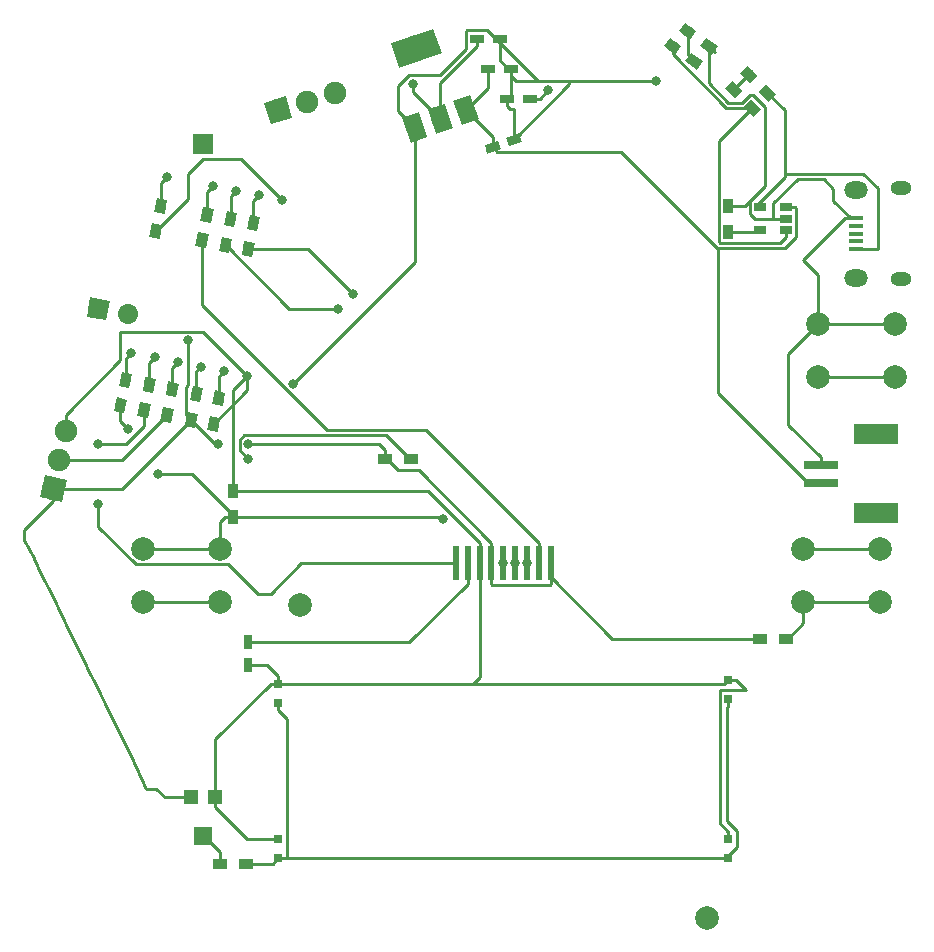
<source format=gbr>
G04 #@! TF.GenerationSoftware,KiCad,Pcbnew,(5.0.0-3-g5ebb6b6)*
G04 #@! TF.CreationDate,2019-01-19T17:02:55+01:00*
G04 #@! TF.ProjectId,Securityfest_2019_badge_beta,5365637572697479666573745F323031,rev?*
G04 #@! TF.SameCoordinates,Original*
G04 #@! TF.FileFunction,Copper,L1,Top,Signal*
G04 #@! TF.FilePolarity,Positive*
%FSLAX46Y46*%
G04 Gerber Fmt 4.6, Leading zero omitted, Abs format (unit mm)*
G04 Created by KiCad (PCBNEW (5.0.0-3-g5ebb6b6)) date 2019 January 19, Saturday 17:02:55*
%MOMM*%
%LPD*%
G01*
G04 APERTURE LIST*
G04 #@! TA.AperFunction,ComponentPad*
%ADD10C,2.000000*%
G04 #@! TD*
G04 #@! TA.AperFunction,ComponentPad*
%ADD11R,1.700000X1.700000*%
G04 #@! TD*
G04 #@! TA.AperFunction,ComponentPad*
%ADD12C,1.700000*%
G04 #@! TD*
G04 #@! TA.AperFunction,Conductor*
%ADD13C,0.100000*%
G04 #@! TD*
G04 #@! TA.AperFunction,Conductor*
%ADD14C,1.700000*%
G04 #@! TD*
G04 #@! TA.AperFunction,SMDPad,CuDef*
%ADD15R,1.600000X1.500000*%
G04 #@! TD*
G04 #@! TA.AperFunction,SMDPad,CuDef*
%ADD16R,1.200000X1.200000*%
G04 #@! TD*
G04 #@! TA.AperFunction,SMDPad,CuDef*
%ADD17R,0.800000X0.800000*%
G04 #@! TD*
G04 #@! TA.AperFunction,SMDPad,CuDef*
%ADD18R,1.200000X0.750000*%
G04 #@! TD*
G04 #@! TA.AperFunction,SMDPad,CuDef*
%ADD19C,0.750000*%
G04 #@! TD*
G04 #@! TA.AperFunction,SMDPad,CuDef*
%ADD20R,0.750000X1.200000*%
G04 #@! TD*
G04 #@! TA.AperFunction,SMDPad,CuDef*
%ADD21C,0.900000*%
G04 #@! TD*
G04 #@! TA.AperFunction,ComponentPad*
%ADD22O,1.800000X1.150000*%
G04 #@! TD*
G04 #@! TA.AperFunction,ComponentPad*
%ADD23O,2.000000X1.450000*%
G04 #@! TD*
G04 #@! TA.AperFunction,SMDPad,CuDef*
%ADD24R,1.300000X0.450000*%
G04 #@! TD*
G04 #@! TA.AperFunction,SMDPad,CuDef*
%ADD25R,3.800000X1.800000*%
G04 #@! TD*
G04 #@! TA.AperFunction,SMDPad,CuDef*
%ADD26R,3.000000X0.800000*%
G04 #@! TD*
G04 #@! TA.AperFunction,SMDPad,CuDef*
%ADD27R,0.900000X1.200000*%
G04 #@! TD*
G04 #@! TA.AperFunction,SMDPad,CuDef*
%ADD28R,1.200000X0.900000*%
G04 #@! TD*
G04 #@! TA.AperFunction,ComponentPad*
%ADD29C,1.900000*%
G04 #@! TD*
G04 #@! TA.AperFunction,SMDPad,CuDef*
%ADD30R,1.060000X0.650000*%
G04 #@! TD*
G04 #@! TA.AperFunction,SMDPad,CuDef*
%ADD31C,1.500000*%
G04 #@! TD*
G04 #@! TA.AperFunction,SMDPad,CuDef*
%ADD32C,2.200000*%
G04 #@! TD*
G04 #@! TA.AperFunction,ViaPad*
%ADD33C,2.000000*%
G04 #@! TD*
G04 #@! TA.AperFunction,SMDPad,CuDef*
%ADD34R,0.600000X3.000000*%
G04 #@! TD*
G04 #@! TA.AperFunction,ViaPad*
%ADD35C,0.800000*%
G04 #@! TD*
G04 #@! TA.AperFunction,Conductor*
%ADD36C,0.250000*%
G04 #@! TD*
G04 APERTURE END LIST*
D10*
G04 #@! TO.P,SW3,1*
G04 #@! TO.N,GND*
X185570000Y-69850000D03*
G04 #@! TO.P,SW3,2*
G04 #@! TO.N,Net-(SW3-Pad2)*
X185570000Y-74350000D03*
G04 #@! TO.P,SW3,1*
G04 #@! TO.N,GND*
X179070000Y-69850000D03*
G04 #@! TO.P,SW3,2*
G04 #@! TO.N,Net-(SW3-Pad2)*
X179070000Y-74350000D03*
G04 #@! TD*
D11*
G04 #@! TO.P,GPIO16,1*
G04 #@! TO.N,Net-(J3-Pad1)*
X127000000Y-54610000D03*
G04 #@! TD*
D12*
G04 #@! TO.P,TX/RX,1*
G04 #@! TO.N,Net-(J4-Pad1)*
X118110000Y-68580000D03*
D13*
G04 #@! TD*
G04 #@! TO.N,Net-(J4-Pad1)*
G04 #@! TO.C,TX/RX*
G36*
X117113429Y-69252195D02*
X117437805Y-67583429D01*
X119106571Y-67907805D01*
X118782195Y-69576571D01*
X117113429Y-69252195D01*
X117113429Y-69252195D01*
G37*
D12*
G04 #@! TO.P,TX/RX,2*
G04 #@! TO.N,Net-(J4-Pad2)*
X120603333Y-69064655D03*
D14*
G04 #@! TD*
G04 #@! TO.N,Net-(J4-Pad2)*
G04 #@! TO.C,TX/RX*
X120603333Y-69064655D02*
X120603333Y-69064655D01*
D15*
G04 #@! TO.P,RV1,2*
G04 #@! TO.N,Net-(R7-Pad2)*
X127000000Y-113210000D03*
D16*
G04 #@! TO.P,RV1,1*
G04 #@! TO.N,GND*
X128000000Y-109960000D03*
G04 #@! TO.P,RV1,3*
G04 #@! TO.N,+3V3*
X126000000Y-109960000D03*
G04 #@! TD*
D17*
G04 #@! TO.P,D6,1*
G04 #@! TO.N,GND*
X171450000Y-113500000D03*
G04 #@! TO.P,D6,2*
G04 #@! TO.N,Net-(D3-Pad2)*
X171450000Y-115100000D03*
G04 #@! TD*
G04 #@! TO.P,D5,2*
G04 #@! TO.N,Net-(D3-Pad2)*
X171450000Y-101600000D03*
G04 #@! TO.P,D5,1*
G04 #@! TO.N,GND*
X171450000Y-100000000D03*
G04 #@! TD*
G04 #@! TO.P,D3,2*
G04 #@! TO.N,Net-(D3-Pad2)*
X133350000Y-101930000D03*
G04 #@! TO.P,D3,1*
G04 #@! TO.N,GND*
X133350000Y-100330000D03*
G04 #@! TD*
G04 #@! TO.P,D4,2*
G04 #@! TO.N,Net-(D3-Pad2)*
X133350000Y-115100000D03*
G04 #@! TO.P,D4,1*
G04 #@! TO.N,GND*
X133350000Y-113500000D03*
G04 #@! TD*
D18*
G04 #@! TO.P,C1,2*
G04 #@! TO.N,Net-(C1-Pad2)*
X154620000Y-50800000D03*
G04 #@! TO.P,C1,1*
G04 #@! TO.N,GND*
X152720000Y-50800000D03*
G04 #@! TD*
G04 #@! TO.P,C2,2*
G04 #@! TO.N,Net-(C2-Pad2)*
X151130000Y-48260000D03*
G04 #@! TO.P,C2,1*
G04 #@! TO.N,GND*
X153030000Y-48260000D03*
G04 #@! TD*
D19*
G04 #@! TO.P,C3,1*
G04 #@! TO.N,GND*
X153298243Y-54300710D03*
D13*
G04 #@! TD*
G04 #@! TO.N,GND*
G04 #@! TO.C,C3*
G36*
X153743466Y-53750800D02*
X153987642Y-54459939D01*
X152853020Y-54850620D01*
X152608844Y-54141481D01*
X153743466Y-53750800D01*
X153743466Y-53750800D01*
G37*
D19*
G04 #@! TO.P,C3,2*
G04 #@! TO.N,Net-(C2-Pad2)*
X151501757Y-54919290D03*
D13*
G04 #@! TD*
G04 #@! TO.N,Net-(C2-Pad2)*
G04 #@! TO.C,C3*
G36*
X151946980Y-54369380D02*
X152191156Y-55078519D01*
X151056534Y-55469200D01*
X150812358Y-54760061D01*
X151946980Y-54369380D01*
X151946980Y-54369380D01*
G37*
D18*
G04 #@! TO.P,C4,2*
G04 #@! TO.N,/3.3V*
X150180000Y-45720000D03*
G04 #@! TO.P,C4,1*
G04 #@! TO.N,GND*
X152080000Y-45720000D03*
G04 #@! TD*
D20*
G04 #@! TO.P,C5,1*
G04 #@! TO.N,GND*
X130810000Y-98740000D03*
G04 #@! TO.P,C5,2*
G04 #@! TO.N,Net-(C5-Pad2)*
X130810000Y-96840000D03*
G04 #@! TD*
D21*
G04 #@! TO.P,D1,2*
G04 #@! TO.N,Net-(C1-Pad2)*
X174767817Y-50307817D03*
D13*
G04 #@! TD*
G04 #@! TO.N,Net-(C1-Pad2)*
G04 #@! TO.C,D1*
G36*
X174025355Y-50201751D02*
X174661751Y-49565355D01*
X175510279Y-50413883D01*
X174873883Y-51050279D01*
X174025355Y-50201751D01*
X174025355Y-50201751D01*
G37*
D21*
G04 #@! TO.P,D1,1*
G04 #@! TO.N,Net-(D1-Pad1)*
X173212183Y-48752183D03*
D13*
G04 #@! TD*
G04 #@! TO.N,Net-(D1-Pad1)*
G04 #@! TO.C,D1*
G36*
X172469721Y-48646117D02*
X173106117Y-48009721D01*
X173954645Y-48858249D01*
X173318249Y-49494645D01*
X172469721Y-48646117D01*
X172469721Y-48646117D01*
G37*
D21*
G04 #@! TO.P,D2,2*
G04 #@! TO.N,Net-(D2-Pad2)*
X168008933Y-45089066D03*
D13*
G04 #@! TD*
G04 #@! TO.N,Net-(D2-Pad2)*
G04 #@! TO.C,D2*
G36*
X168758534Y-45064593D02*
X168242315Y-45801830D01*
X167259332Y-45113539D01*
X167775551Y-44376302D01*
X168758534Y-45064593D01*
X168758534Y-45064593D01*
G37*
D21*
G04 #@! TO.P,D2,1*
G04 #@! TO.N,GND*
X169811067Y-46350934D03*
D13*
G04 #@! TD*
G04 #@! TO.N,GND*
G04 #@! TO.C,D2*
G36*
X170560668Y-46326461D02*
X170044449Y-47063698D01*
X169061466Y-46375407D01*
X169577685Y-45638170D01*
X170560668Y-46326461D01*
X170560668Y-46326461D01*
G37*
D22*
G04 #@! TO.P,J1,6*
G04 #@! TO.N,N/C*
X186100000Y-58355000D03*
X186100000Y-66105000D03*
D23*
X182300000Y-58505000D03*
X182300000Y-65955000D03*
D24*
G04 #@! TO.P,J1,5*
G04 #@! TO.N,GND*
X182250000Y-60930000D03*
G04 #@! TO.P,J1,4*
G04 #@! TO.N,Net-(J1-Pad4)*
X182250000Y-61580000D03*
G04 #@! TO.P,J1,3*
G04 #@! TO.N,Net-(J1-Pad3)*
X182250000Y-62230000D03*
G04 #@! TO.P,J1,2*
G04 #@! TO.N,Net-(J1-Pad2)*
X182250000Y-62880000D03*
G04 #@! TO.P,J1,1*
G04 #@! TO.N,Net-(C1-Pad2)*
X182250000Y-63530000D03*
G04 #@! TD*
D25*
G04 #@! TO.P,J2,*
G04 #@! TO.N,*
X183960000Y-85900000D03*
X183960000Y-79200000D03*
D26*
G04 #@! TO.P,J2,2*
G04 #@! TO.N,GND*
X179260000Y-81800000D03*
G04 #@! TO.P,J2,1*
G04 #@! TO.N,Net-(C2-Pad2)*
X179260000Y-83300000D03*
G04 #@! TD*
D27*
G04 #@! TO.P,R1,1*
G04 #@! TO.N,Net-(R1-Pad1)*
X171450000Y-62060000D03*
G04 #@! TO.P,R1,2*
G04 #@! TO.N,GND*
X171450000Y-59860000D03*
G04 #@! TD*
D21*
G04 #@! TO.P,R2,1*
G04 #@! TO.N,Net-(D1-Pad1)*
X171942183Y-50022183D03*
D13*
G04 #@! TD*
G04 #@! TO.N,Net-(D1-Pad1)*
G04 #@! TO.C,R2*
G36*
X171199721Y-49916117D02*
X171836117Y-49279721D01*
X172684645Y-50128249D01*
X172048249Y-50764645D01*
X171199721Y-49916117D01*
X171199721Y-49916117D01*
G37*
D21*
G04 #@! TO.P,R2,2*
G04 #@! TO.N,Net-(R2-Pad2)*
X173497817Y-51577817D03*
D13*
G04 #@! TD*
G04 #@! TO.N,Net-(R2-Pad2)*
G04 #@! TO.C,R2*
G36*
X172755355Y-51471751D02*
X173391751Y-50835355D01*
X174240279Y-51683883D01*
X173603883Y-52320279D01*
X172755355Y-51471751D01*
X172755355Y-51471751D01*
G37*
D21*
G04 #@! TO.P,R3,2*
G04 #@! TO.N,Net-(R2-Pad2)*
X166738933Y-46359066D03*
D13*
G04 #@! TD*
G04 #@! TO.N,Net-(R2-Pad2)*
G04 #@! TO.C,R3*
G36*
X167488534Y-46334593D02*
X166972315Y-47071830D01*
X165989332Y-46383539D01*
X166505551Y-45646302D01*
X167488534Y-46334593D01*
X167488534Y-46334593D01*
G37*
D21*
G04 #@! TO.P,R3,1*
G04 #@! TO.N,Net-(D2-Pad2)*
X168541067Y-47620934D03*
D13*
G04 #@! TD*
G04 #@! TO.N,Net-(D2-Pad2)*
G04 #@! TO.C,R3*
G36*
X169290668Y-47596461D02*
X168774449Y-48333698D01*
X167791466Y-47645407D01*
X168307685Y-46908170D01*
X169290668Y-47596461D01*
X169290668Y-47596461D01*
G37*
D28*
G04 #@! TO.P,R4,1*
G04 #@! TO.N,+3V3*
X142410000Y-81280000D03*
G04 #@! TO.P,R4,2*
G04 #@! TO.N,Net-(R4-Pad2)*
X144610000Y-81280000D03*
G04 #@! TD*
G04 #@! TO.P,R5,2*
G04 #@! TO.N,Net-(R5-Pad2)*
X176360000Y-96520000D03*
G04 #@! TO.P,R5,1*
G04 #@! TO.N,+3V3*
X174160000Y-96520000D03*
G04 #@! TD*
D27*
G04 #@! TO.P,R6,2*
G04 #@! TO.N,GND*
X129540000Y-83990000D03*
G04 #@! TO.P,R6,1*
G04 #@! TO.N,Net-(R6-Pad1)*
X129540000Y-86190000D03*
G04 #@! TD*
D28*
G04 #@! TO.P,R7,2*
G04 #@! TO.N,Net-(R7-Pad2)*
X128440000Y-115570000D03*
G04 #@! TO.P,R7,1*
G04 #@! TO.N,Net-(D3-Pad2)*
X130640000Y-115570000D03*
G04 #@! TD*
D21*
G04 #@! TO.P,R8,2*
G04 #@! TO.N,+3V3*
X122974459Y-62038676D03*
D13*
G04 #@! TD*
G04 #@! TO.N,+3V3*
G04 #@! TO.C,R8*
G36*
X122650750Y-61362131D02*
X123533303Y-61538483D01*
X123298168Y-62715221D01*
X122415615Y-62538869D01*
X122650750Y-61362131D01*
X122650750Y-61362131D01*
G37*
D21*
G04 #@! TO.P,R8,1*
G04 #@! TO.N,Net-(R8-Pad1)*
X123405541Y-59881324D03*
D13*
G04 #@! TD*
G04 #@! TO.N,Net-(R8-Pad1)*
G04 #@! TO.C,R8*
G36*
X123081832Y-59204779D02*
X123964385Y-59381131D01*
X123729250Y-60557869D01*
X122846697Y-60381517D01*
X123081832Y-59204779D01*
X123081832Y-59204779D01*
G37*
D21*
G04 #@! TO.P,R9,2*
G04 #@! TO.N,Net-(R9-Pad2)*
X126884459Y-62778676D03*
D13*
G04 #@! TD*
G04 #@! TO.N,Net-(R9-Pad2)*
G04 #@! TO.C,R9*
G36*
X126560750Y-62102131D02*
X127443303Y-62278483D01*
X127208168Y-63455221D01*
X126325615Y-63278869D01*
X126560750Y-62102131D01*
X126560750Y-62102131D01*
G37*
D21*
G04 #@! TO.P,R9,1*
G04 #@! TO.N,Net-(R9-Pad1)*
X127315541Y-60621324D03*
D13*
G04 #@! TD*
G04 #@! TO.N,Net-(R9-Pad1)*
G04 #@! TO.C,R9*
G36*
X126991832Y-59944779D02*
X127874385Y-60121131D01*
X127639250Y-61297869D01*
X126756697Y-61121517D01*
X126991832Y-59944779D01*
X126991832Y-59944779D01*
G37*
D21*
G04 #@! TO.P,R10,1*
G04 #@! TO.N,Net-(R10-Pad1)*
X129315541Y-61021324D03*
D13*
G04 #@! TD*
G04 #@! TO.N,Net-(R10-Pad1)*
G04 #@! TO.C,R10*
G36*
X128991832Y-60344779D02*
X129874385Y-60521131D01*
X129639250Y-61697869D01*
X128756697Y-61521517D01*
X128991832Y-60344779D01*
X128991832Y-60344779D01*
G37*
D21*
G04 #@! TO.P,R10,2*
G04 #@! TO.N,Net-(R10-Pad2)*
X128884459Y-63178676D03*
D13*
G04 #@! TD*
G04 #@! TO.N,Net-(R10-Pad2)*
G04 #@! TO.C,R10*
G36*
X128560750Y-62502131D02*
X129443303Y-62678483D01*
X129208168Y-63855221D01*
X128325615Y-63678869D01*
X128560750Y-62502131D01*
X128560750Y-62502131D01*
G37*
D21*
G04 #@! TO.P,R11,2*
G04 #@! TO.N,Net-(R11-Pad2)*
X130810000Y-63500000D03*
D13*
G04 #@! TD*
G04 #@! TO.N,Net-(R11-Pad2)*
G04 #@! TO.C,R11*
G36*
X130486291Y-62823455D02*
X131368844Y-62999807D01*
X131133709Y-64176545D01*
X130251156Y-64000193D01*
X130486291Y-62823455D01*
X130486291Y-62823455D01*
G37*
D21*
G04 #@! TO.P,R11,1*
G04 #@! TO.N,Net-(R11-Pad1)*
X131241082Y-61342648D03*
D13*
G04 #@! TD*
G04 #@! TO.N,Net-(R11-Pad1)*
G04 #@! TO.C,R11*
G36*
X130917373Y-60666103D02*
X131799926Y-60842455D01*
X131564791Y-62019193D01*
X130682238Y-61842841D01*
X130917373Y-60666103D01*
X130917373Y-60666103D01*
G37*
D21*
G04 #@! TO.P,R12,1*
G04 #@! TO.N,Net-(R12-Pad1)*
X119984459Y-76778676D03*
D13*
G04 #@! TD*
G04 #@! TO.N,Net-(R12-Pad1)*
G04 #@! TO.C,R12*
G36*
X120308168Y-77455221D02*
X119425615Y-77278869D01*
X119660750Y-76102131D01*
X120543303Y-76278483D01*
X120308168Y-77455221D01*
X120308168Y-77455221D01*
G37*
D21*
G04 #@! TO.P,R12,2*
G04 #@! TO.N,Net-(R12-Pad2)*
X120415541Y-74621324D03*
D13*
G04 #@! TD*
G04 #@! TO.N,Net-(R12-Pad2)*
G04 #@! TO.C,R12*
G36*
X120739250Y-75297869D02*
X119856697Y-75121517D01*
X120091832Y-73944779D01*
X120974385Y-74121131D01*
X120739250Y-75297869D01*
X120739250Y-75297869D01*
G37*
D21*
G04 #@! TO.P,R13,2*
G04 #@! TO.N,Net-(R13-Pad2)*
X122415541Y-75021324D03*
D13*
G04 #@! TD*
G04 #@! TO.N,Net-(R13-Pad2)*
G04 #@! TO.C,R13*
G36*
X122739250Y-75697869D02*
X121856697Y-75521517D01*
X122091832Y-74344779D01*
X122974385Y-74521131D01*
X122739250Y-75697869D01*
X122739250Y-75697869D01*
G37*
D21*
G04 #@! TO.P,R13,1*
G04 #@! TO.N,Net-(R13-Pad1)*
X121984459Y-77178676D03*
D13*
G04 #@! TD*
G04 #@! TO.N,Net-(R13-Pad1)*
G04 #@! TO.C,R13*
G36*
X122308168Y-77855221D02*
X121425615Y-77678869D01*
X121660750Y-76502131D01*
X122543303Y-76678483D01*
X122308168Y-77855221D01*
X122308168Y-77855221D01*
G37*
D21*
G04 #@! TO.P,R14,1*
G04 #@! TO.N,Net-(R14-Pad1)*
X123934459Y-77578676D03*
D13*
G04 #@! TD*
G04 #@! TO.N,Net-(R14-Pad1)*
G04 #@! TO.C,R14*
G36*
X124258168Y-78255221D02*
X123375615Y-78078869D01*
X123610750Y-76902131D01*
X124493303Y-77078483D01*
X124258168Y-78255221D01*
X124258168Y-78255221D01*
G37*
D21*
G04 #@! TO.P,R14,2*
G04 #@! TO.N,Net-(R14-Pad2)*
X124365541Y-75421324D03*
D13*
G04 #@! TD*
G04 #@! TO.N,Net-(R14-Pad2)*
G04 #@! TO.C,R14*
G36*
X124689250Y-76097869D02*
X123806697Y-75921517D01*
X124041832Y-74744779D01*
X124924385Y-74921131D01*
X124689250Y-76097869D01*
X124689250Y-76097869D01*
G37*
D21*
G04 #@! TO.P,R15,1*
G04 #@! TO.N,+3V3*
X125984459Y-77978676D03*
D13*
G04 #@! TD*
G04 #@! TO.N,+3V3*
G04 #@! TO.C,R15*
G36*
X126308168Y-78655221D02*
X125425615Y-78478869D01*
X125660750Y-77302131D01*
X126543303Y-77478483D01*
X126308168Y-78655221D01*
X126308168Y-78655221D01*
G37*
D21*
G04 #@! TO.P,R15,2*
G04 #@! TO.N,Net-(R15-Pad2)*
X126415541Y-75821324D03*
D13*
G04 #@! TD*
G04 #@! TO.N,Net-(R15-Pad2)*
G04 #@! TO.C,R15*
G36*
X126739250Y-76497869D02*
X125856697Y-76321517D01*
X126091832Y-75144779D01*
X126974385Y-75321131D01*
X126739250Y-76497869D01*
X126739250Y-76497869D01*
G37*
D21*
G04 #@! TO.P,R16,1*
G04 #@! TO.N,GND*
X127884459Y-78338676D03*
D13*
G04 #@! TD*
G04 #@! TO.N,GND*
G04 #@! TO.C,R16*
G36*
X128208168Y-79015221D02*
X127325615Y-78838869D01*
X127560750Y-77662131D01*
X128443303Y-77838483D01*
X128208168Y-79015221D01*
X128208168Y-79015221D01*
G37*
D21*
G04 #@! TO.P,R16,2*
G04 #@! TO.N,Net-(R16-Pad2)*
X128315541Y-76181324D03*
D13*
G04 #@! TD*
G04 #@! TO.N,Net-(R16-Pad2)*
G04 #@! TO.C,R16*
G36*
X128639250Y-76857869D02*
X127756697Y-76681517D01*
X127991832Y-75504779D01*
X128874385Y-75681131D01*
X128639250Y-76857869D01*
X128639250Y-76857869D01*
G37*
D29*
G04 #@! TO.P,S1,1*
G04 #@! TO.N,+3V3*
X133350000Y-51800000D03*
D13*
G04 #@! TD*
G04 #@! TO.N,+3V3*
G04 #@! TO.C,S1*
G36*
X132719264Y-52986243D02*
X132163757Y-51169264D01*
X133980736Y-50613757D01*
X134536243Y-52430736D01*
X132719264Y-52986243D01*
X132719264Y-52986243D01*
G37*
D29*
G04 #@! TO.P,S1,2*
G04 #@! TO.N,/3.3V*
X135740762Y-51069071D03*
G04 #@! TO.P,S1,3*
G04 #@! TO.N,Net-(S1-Pad3)*
X138131524Y-50338141D03*
G04 #@! TD*
G04 #@! TO.P,S2,3*
G04 #@! TO.N,GND*
X115339558Y-78929262D03*
G04 #@! TO.P,S2,2*
G04 #@! TO.N,Net-(R14-Pad1)*
X114819779Y-81374631D03*
G04 #@! TO.P,S2,1*
G04 #@! TO.N,+3V3*
X114300000Y-83820000D03*
D13*
G04 #@! TD*
G04 #@! TO.N,+3V3*
G04 #@! TO.C,S2*
G36*
X115031724Y-84946756D02*
X113173244Y-84551724D01*
X113568276Y-82693244D01*
X115426756Y-83088276D01*
X115031724Y-84946756D01*
X115031724Y-84946756D01*
G37*
D10*
G04 #@! TO.P,SW1,1*
G04 #@! TO.N,Net-(R6-Pad1)*
X128420000Y-88900000D03*
G04 #@! TO.P,SW1,2*
G04 #@! TO.N,Net-(R4-Pad2)*
X128420000Y-93400000D03*
G04 #@! TO.P,SW1,1*
G04 #@! TO.N,Net-(R6-Pad1)*
X121920000Y-88900000D03*
G04 #@! TO.P,SW1,2*
G04 #@! TO.N,Net-(R4-Pad2)*
X121920000Y-93400000D03*
G04 #@! TD*
G04 #@! TO.P,SW2,2*
G04 #@! TO.N,Net-(R5-Pad2)*
X177800000Y-93400000D03*
G04 #@! TO.P,SW2,1*
G04 #@! TO.N,Net-(R6-Pad1)*
X177800000Y-88900000D03*
G04 #@! TO.P,SW2,2*
G04 #@! TO.N,Net-(R5-Pad2)*
X184300000Y-93400000D03*
G04 #@! TO.P,SW2,1*
G04 #@! TO.N,Net-(R6-Pad1)*
X184300000Y-88900000D03*
G04 #@! TD*
D30*
G04 #@! TO.P,U1,5*
G04 #@! TO.N,Net-(R1-Pad1)*
X174160000Y-61910000D03*
G04 #@! TO.P,U1,4*
G04 #@! TO.N,Net-(C1-Pad2)*
X174160000Y-60010000D03*
G04 #@! TO.P,U1,3*
G04 #@! TO.N,Net-(C2-Pad2)*
X176360000Y-60010000D03*
G04 #@! TO.P,U1,2*
G04 #@! TO.N,GND*
X176360000Y-60960000D03*
G04 #@! TO.P,U1,1*
G04 #@! TO.N,Net-(R2-Pad2)*
X176360000Y-61910000D03*
G04 #@! TD*
D31*
G04 #@! TO.P,U2,3*
G04 #@! TO.N,Net-(C2-Pad2)*
X149250232Y-51759577D03*
D13*
G04 #@! TD*
G04 #@! TO.N,Net-(C2-Pad2)*
G04 #@! TO.C,U2*
G36*
X148899218Y-53043824D02*
X148182968Y-50963683D01*
X149601246Y-50475330D01*
X150317496Y-52555471D01*
X148899218Y-53043824D01*
X148899218Y-53043824D01*
G37*
D31*
G04 #@! TO.P,U2,2*
G04 #@! TO.N,/3.3V*
X147075540Y-52508384D03*
D13*
G04 #@! TD*
G04 #@! TO.N,/3.3V*
G04 #@! TO.C,U2*
G36*
X146724526Y-53792631D02*
X146008276Y-51712490D01*
X147426554Y-51224137D01*
X148142804Y-53304278D01*
X146724526Y-53792631D01*
X146724526Y-53792631D01*
G37*
D31*
G04 #@! TO.P,U2,1*
G04 #@! TO.N,GND*
X144900847Y-53257190D03*
D13*
G04 #@! TD*
G04 #@! TO.N,GND*
G04 #@! TO.C,U2*
G36*
X144549833Y-54541437D02*
X143833583Y-52461296D01*
X145251861Y-51972943D01*
X145968111Y-54053084D01*
X144549833Y-54541437D01*
X144549833Y-54541437D01*
G37*
D32*
G04 #@! TO.P,U2,4*
G04 #@! TO.N,N/C*
X145024460Y-46551616D03*
D13*
G04 #@! TD*
G04 #@! TO.N,N/C*
G04 #@! TO.C,U2*
G36*
X143586100Y-48210266D02*
X142869850Y-46130125D01*
X146462820Y-44892966D01*
X147179070Y-46973107D01*
X143586100Y-48210266D01*
X143586100Y-48210266D01*
G37*
D33*
G04 #@! TO.N,*
G04 #@! TO.C,U3*
X169650000Y-120130000D03*
D34*
G04 #@! TD*
G04 #@! TO.P,U3,9*
G04 #@! TO.N,+3V3*
X156400000Y-90130000D03*
G04 #@! TO.P,U3,8*
G04 #@! TO.N,Net-(R9-Pad2)*
X155400000Y-90130000D03*
G04 #@! TO.P,U3,7*
G04 #@! TO.N,Net-(R11-Pad2)*
X154400000Y-90130000D03*
G04 #@! TO.P,U3,6*
G04 #@! TO.N,Net-(R10-Pad2)*
X153400000Y-90130000D03*
G04 #@! TO.P,U3,1*
G04 #@! TO.N,Net-(R13-Pad1)*
X148400000Y-90130000D03*
G04 #@! TO.P,U3,2*
G04 #@! TO.N,Net-(C5-Pad2)*
X149400000Y-90130000D03*
G04 #@! TO.P,U3,5*
G04 #@! TO.N,Net-(R12-Pad1)*
X152400000Y-90130000D03*
G04 #@! TO.P,U3,4*
G04 #@! TO.N,+3V3*
X151400000Y-90130000D03*
G04 #@! TO.P,U3,3*
G04 #@! TO.N,GND*
X150400000Y-90130000D03*
D33*
G04 #@! TD*
G04 #@! TO.N,*
G04 #@! TO.C,U3*
X135150000Y-93630000D03*
D35*
G04 #@! TO.N,Net-(C1-Pad2)*
X156210000Y-50065000D03*
X174767817Y-50307817D03*
G04 #@! TO.N,GND*
X134620000Y-74930000D03*
X130727263Y-74280106D03*
X165290000Y-49340000D03*
X169811067Y-46350934D03*
G04 #@! TO.N,/3.3V*
X144780000Y-49530000D03*
G04 #@! TO.N,+3V3*
X128270000Y-80010000D03*
X130810000Y-80010000D03*
X133705645Y-59374763D03*
X125730000Y-71259469D03*
X122974459Y-62038676D03*
G04 #@! TO.N,Net-(R4-Pad2)*
X130810000Y-81280000D03*
X128420000Y-93400000D03*
G04 #@! TO.N,Net-(R6-Pad1)*
X123190000Y-82550000D03*
X147320000Y-86360000D03*
X177800000Y-88900000D03*
G04 #@! TO.N,Net-(R8-Pad1)*
X123899498Y-57415302D03*
G04 #@! TO.N,Net-(R9-Pad1)*
X127821957Y-58199086D03*
G04 #@! TO.N,Net-(R10-Pad1)*
X129783186Y-58590979D03*
G04 #@! TO.N,Net-(R10-Pad2)*
X138430000Y-68580000D03*
X153400000Y-90130000D03*
G04 #@! TO.N,Net-(R11-Pad2)*
X139700000Y-67310000D03*
X154400000Y-90130000D03*
G04 #@! TO.N,Net-(R11-Pad1)*
X131744415Y-58982871D03*
G04 #@! TO.N,Net-(R12-Pad1)*
X120650000Y-78740000D03*
X152400000Y-90130000D03*
G04 #@! TO.N,Net-(R12-Pad2)*
X120921117Y-72320644D03*
G04 #@! TO.N,Net-(R13-Pad2)*
X122882346Y-72712537D03*
G04 #@! TO.N,Net-(R13-Pad1)*
X118110000Y-85090000D03*
X118110000Y-80010000D03*
G04 #@! TO.N,Net-(R14-Pad2)*
X124843575Y-73104429D03*
G04 #@! TO.N,Net-(R15-Pad2)*
X126804805Y-73496321D03*
G04 #@! TO.N,Net-(R16-Pad2)*
X128766034Y-73888214D03*
G04 #@! TO.N,Net-(SW3-Pad2)*
X179070000Y-74350000D03*
G04 #@! TD*
D36*
G04 #@! TO.N,Net-(C1-Pad2)*
X174160000Y-59860000D02*
X174160000Y-60010000D01*
X173990000Y-59690000D02*
X174160000Y-59860000D01*
X176225010Y-57454990D02*
X173990000Y-59690000D01*
X182880000Y-57150000D02*
X176225010Y-57150000D01*
X176225010Y-57150000D02*
X176225010Y-57454990D01*
X184120000Y-58390000D02*
X182880000Y-57150000D01*
X184120000Y-63530000D02*
X184120000Y-58390000D01*
X182250000Y-63530000D02*
X184120000Y-63530000D01*
X176225010Y-51765010D02*
X174767817Y-50307817D01*
X176225010Y-57150000D02*
X176225010Y-51765010D01*
X155475000Y-50800000D02*
X156210000Y-50065000D01*
X154620000Y-50800000D02*
X155475000Y-50800000D01*
G04 #@! TO.N,GND*
X176390000Y-60930000D02*
X176360000Y-60960000D01*
X175260000Y-60960000D02*
X175580000Y-60960000D01*
X173304999Y-60595001D02*
X173669998Y-60960000D01*
X173669998Y-60960000D02*
X175260000Y-60960000D01*
X173304999Y-59424999D02*
X173304999Y-60595001D01*
X181825000Y-60930000D02*
X180340000Y-59445000D01*
X177329988Y-57600010D02*
X175260000Y-59669998D01*
X175260000Y-59669998D02*
X175260000Y-60960000D01*
X179520010Y-57600010D02*
X177329988Y-57600010D01*
X180340000Y-59445000D02*
X180340000Y-58420000D01*
X180340000Y-58420000D02*
X179520010Y-57600010D01*
X182250000Y-60930000D02*
X181825000Y-60930000D01*
X172869998Y-59860000D02*
X173304999Y-59424999D01*
X171450000Y-59860000D02*
X172869998Y-59860000D01*
X152805000Y-48260000D02*
X153030000Y-48260000D01*
X152080000Y-47535000D02*
X152805000Y-48260000D01*
X152080000Y-45720000D02*
X152080000Y-47535000D01*
X153030000Y-50490000D02*
X152720000Y-50800000D01*
X153030000Y-48260000D02*
X153030000Y-50490000D01*
X153298243Y-54300710D02*
X153298243Y-51698243D01*
X152720000Y-51425000D02*
X152720000Y-50800000D01*
X152993243Y-51698243D02*
X152720000Y-51425000D01*
X153298243Y-51698243D02*
X152993243Y-51698243D01*
X169811067Y-46350934D02*
X170312586Y-46852453D01*
X174565289Y-58164709D02*
X173304999Y-59424999D01*
X172639663Y-51127807D02*
X173257125Y-50510345D01*
X169811067Y-49488233D02*
X171450641Y-51127807D01*
X173257125Y-50510345D02*
X173526377Y-50510345D01*
X171450641Y-51127807D02*
X172639663Y-51127807D01*
X169811067Y-46350934D02*
X169811067Y-49488233D01*
X174565289Y-51549257D02*
X174565289Y-58164709D01*
X173526377Y-50510345D02*
X174565289Y-51549257D01*
X158000000Y-49598953D02*
X158000000Y-49340000D01*
X153298243Y-54300710D02*
X158000000Y-49598953D01*
X144900847Y-64649153D02*
X134620000Y-74930000D01*
X144900847Y-53257190D02*
X144900847Y-64649153D01*
X130727263Y-75495872D02*
X130727263Y-74280106D01*
X127884459Y-78338676D02*
X130727263Y-75495872D01*
X132700000Y-100330000D02*
X133350000Y-100330000D01*
X128000000Y-105030000D02*
X132700000Y-100330000D01*
X128000000Y-109960000D02*
X128000000Y-105030000D01*
X128000000Y-110810000D02*
X128000000Y-109960000D01*
X130690000Y-113500000D02*
X128000000Y-110810000D01*
X133350000Y-113500000D02*
X130690000Y-113500000D01*
X171450000Y-112850000D02*
X171450000Y-113500000D01*
X170724999Y-112124999D02*
X171450000Y-112850000D01*
X170724999Y-100939999D02*
X170724999Y-112124999D01*
X170789999Y-100874999D02*
X170724999Y-100939999D01*
X172974999Y-100874999D02*
X170789999Y-100874999D01*
X172100000Y-100000000D02*
X172974999Y-100874999D01*
X171450000Y-100000000D02*
X172100000Y-100000000D01*
X171120000Y-100330000D02*
X171450000Y-100000000D01*
X150400000Y-90130000D02*
X150400000Y-99790000D01*
X150400000Y-99790000D02*
X149860000Y-100330000D01*
X149860000Y-100330000D02*
X171120000Y-100330000D01*
X133350000Y-100330000D02*
X149860000Y-100330000D01*
X119965531Y-72959787D02*
X119965531Y-70534469D01*
X115339558Y-77585760D02*
X119965531Y-72959787D01*
X115339558Y-78929262D02*
X115339558Y-77585760D01*
X126981626Y-70534469D02*
X130727263Y-74280106D01*
X119965531Y-70534469D02*
X126981626Y-70534469D01*
X150400000Y-88380000D02*
X150400000Y-90130000D01*
X146010000Y-83990000D02*
X150400000Y-88380000D01*
X129540000Y-83990000D02*
X146010000Y-83990000D01*
X129540000Y-75467369D02*
X130727263Y-74280106D01*
X129540000Y-83990000D02*
X129540000Y-75467369D01*
X175580000Y-60960000D02*
X176360000Y-60960000D01*
X181350000Y-60930000D02*
X182250000Y-60930000D01*
X177800000Y-64480000D02*
X181350000Y-60930000D01*
X133350000Y-99680000D02*
X133350000Y-100330000D01*
X132410000Y-98740000D02*
X133350000Y-99680000D01*
X130810000Y-98740000D02*
X132410000Y-98740000D01*
X153030000Y-48885000D02*
X153030000Y-48260000D01*
X153485000Y-49340000D02*
X153030000Y-48885000D01*
X158000000Y-49340000D02*
X153485000Y-49340000D01*
X144431999Y-48804999D02*
X143510000Y-49726998D01*
X147083591Y-48804999D02*
X144431999Y-48804999D01*
X149254999Y-46633591D02*
X147083591Y-48804999D01*
X149254999Y-45084999D02*
X149254999Y-46633591D01*
X149319999Y-45019999D02*
X149254999Y-45084999D01*
X151040001Y-45019999D02*
X149319999Y-45019999D01*
X155360002Y-49340000D02*
X151040001Y-45019999D01*
X158000000Y-49340000D02*
X155360002Y-49340000D01*
X143510000Y-51866343D02*
X144900847Y-53257190D01*
X143510000Y-49726998D02*
X143510000Y-51866343D01*
X179070000Y-65750000D02*
X177800000Y-64480000D01*
X179070000Y-69850000D02*
X179070000Y-65750000D01*
X179070000Y-69850000D02*
X185570000Y-69850000D01*
X179260000Y-81150000D02*
X176530000Y-78420000D01*
X179260000Y-81800000D02*
X179260000Y-81150000D01*
X176530000Y-72390000D02*
X179070000Y-69850000D01*
X176530000Y-78420000D02*
X176530000Y-72390000D01*
X158000000Y-49340000D02*
X165290000Y-49340000D01*
G04 #@! TO.N,Net-(C2-Pad2)*
X176274992Y-63435010D02*
X170553598Y-63435010D01*
X177215001Y-62495001D02*
X176274992Y-63435010D01*
X177215001Y-60085001D02*
X177215001Y-62495001D01*
X177140000Y-60010000D02*
X177215001Y-60085001D01*
X176360000Y-60010000D02*
X177140000Y-60010000D01*
X151501757Y-54011102D02*
X151501757Y-54919290D01*
X149250232Y-51759577D02*
X151501757Y-54011102D01*
X151130000Y-49879809D02*
X149250232Y-51759577D01*
X151130000Y-48260000D02*
X151130000Y-49879809D01*
X178160000Y-83300000D02*
X170553598Y-75693598D01*
X179260000Y-83300000D02*
X178160000Y-83300000D01*
X151501757Y-54919290D02*
X151867490Y-55285023D01*
X151867490Y-55285023D02*
X162338621Y-55285023D01*
X170553598Y-63500000D02*
X170553598Y-63435010D01*
X162338621Y-55285023D02*
X170553598Y-63500000D01*
X170553598Y-75693598D02*
X170553598Y-63500000D01*
G04 #@! TO.N,/3.3V*
X147075540Y-51245001D02*
X147075540Y-52508384D01*
X147075540Y-49449460D02*
X147075540Y-51245001D01*
X150180000Y-46345000D02*
X147075540Y-49449460D01*
X150180000Y-45720000D02*
X150180000Y-46345000D01*
X144780000Y-50212844D02*
X147075540Y-52508384D01*
X144780000Y-49530000D02*
X144780000Y-50212844D01*
G04 #@! TO.N,Net-(C5-Pad2)*
X149400000Y-91880000D02*
X149400000Y-90130000D01*
X144440000Y-96840000D02*
X149400000Y-91880000D01*
X130810000Y-96840000D02*
X144440000Y-96840000D01*
G04 #@! TO.N,Net-(D1-Pad1)*
X173212183Y-48752183D02*
X171942183Y-50022183D01*
G04 #@! TO.N,Net-(D2-Pad2)*
X168008933Y-47088800D02*
X168541067Y-47620934D01*
X168008933Y-45089066D02*
X168008933Y-47088800D01*
G04 #@! TO.N,Net-(D3-Pad2)*
X132880000Y-115570000D02*
X133350000Y-115100000D01*
X130640000Y-115570000D02*
X132880000Y-115570000D01*
X133350000Y-102580000D02*
X133350000Y-101930000D01*
X134075001Y-103305001D02*
X133350000Y-102580000D01*
X134075001Y-115024999D02*
X134075001Y-103305001D01*
X134000000Y-115100000D02*
X134075001Y-115024999D01*
X133350000Y-115100000D02*
X134000000Y-115100000D01*
X133350000Y-115100000D02*
X171450000Y-115100000D01*
X171450000Y-102250000D02*
X171450000Y-101600000D01*
X171324990Y-111928837D02*
X171324990Y-102375010D01*
X171324990Y-102375010D02*
X171450000Y-102250000D01*
X172175001Y-112778848D02*
X171324990Y-111928837D01*
X172175001Y-114160001D02*
X172175001Y-112778848D01*
X171235002Y-115100000D02*
X172175001Y-114160001D01*
X171450000Y-115100000D02*
X171235002Y-115100000D01*
G04 #@! TO.N,Net-(R1-Pad1)*
X174010000Y-62060000D02*
X174160000Y-61910000D01*
X171450000Y-62060000D02*
X174010000Y-62060000D01*
G04 #@! TO.N,Net-(R2-Pad2)*
X166738933Y-47052509D02*
X166738933Y-47008414D01*
X171264241Y-51577817D02*
X166738933Y-47052509D01*
X166738933Y-47008414D02*
X166738933Y-46359066D01*
X173497817Y-51577817D02*
X171264241Y-51577817D01*
X173108909Y-51966725D02*
X173497817Y-51577817D01*
X170674999Y-62920001D02*
X170674999Y-54400635D01*
X175859999Y-62985001D02*
X170739999Y-62985001D01*
X170739999Y-62985001D02*
X170674999Y-62920001D01*
X176360000Y-62485000D02*
X175859999Y-62985001D01*
X170674999Y-54400635D02*
X173108909Y-51966725D01*
X176360000Y-61910000D02*
X176360000Y-62485000D01*
G04 #@! TO.N,+3V3*
X114300000Y-84891223D02*
X114300000Y-83820000D01*
X111797301Y-88178360D02*
X111808053Y-87727806D01*
X111801153Y-88197913D02*
X111797301Y-88178360D01*
X112249349Y-88943243D02*
X111801153Y-88197913D01*
X112643175Y-89738945D02*
X112645479Y-89731701D01*
X113183409Y-90854400D02*
X112723506Y-89909586D01*
X112723506Y-89909586D02*
X112723072Y-89908662D01*
X116873813Y-98388011D02*
X115652266Y-95900591D01*
X114236040Y-93010556D02*
X113183409Y-90854400D01*
X115652266Y-95900591D02*
X114236040Y-93010556D01*
X112723657Y-89907001D02*
X112643175Y-89738945D01*
X112723072Y-89908662D02*
X112723657Y-89907001D01*
X117359069Y-99374973D02*
X117359076Y-99374952D01*
X117795979Y-100263797D02*
X117359069Y-99374973D01*
X117359076Y-99374952D02*
X116873813Y-98388011D01*
X111808053Y-87727806D02*
X111859664Y-87331559D01*
X117795957Y-100263862D02*
X117795979Y-100263797D01*
X119106488Y-102931827D02*
X117795957Y-100263862D01*
X122188160Y-109220000D02*
X120846854Y-106480756D01*
X120846905Y-106480605D02*
X119106440Y-102931968D01*
X120846854Y-106480756D02*
X120846905Y-106480605D01*
X112245547Y-88958517D02*
X112249349Y-88943243D01*
X123720000Y-109960000D02*
X122980000Y-109220000D01*
X112645479Y-89731701D02*
X112245547Y-88958517D01*
X119106440Y-102931968D02*
X119106488Y-102931827D01*
X122980000Y-109220000D02*
X122188160Y-109220000D01*
X111859664Y-87331559D02*
X114300000Y-84891223D01*
X126000000Y-109960000D02*
X123720000Y-109960000D01*
X120143135Y-83820000D02*
X125984459Y-77978676D01*
X114300000Y-83820000D02*
X120143135Y-83820000D01*
X125984459Y-77978676D02*
X128015783Y-80010000D01*
X128015783Y-80010000D02*
X128270000Y-80010000D01*
X142410000Y-80580000D02*
X142410000Y-81280000D01*
X141840000Y-80010000D02*
X142410000Y-80580000D01*
X130810000Y-80010000D02*
X141840000Y-80010000D01*
X122974459Y-62038676D02*
X125730000Y-59283135D01*
X125730000Y-59283135D02*
X125730000Y-57150000D01*
X125730000Y-57150000D02*
X127000000Y-55880000D01*
X130210882Y-55880000D02*
X133705645Y-59374763D01*
X127000000Y-55880000D02*
X130210882Y-55880000D01*
X156400000Y-91330000D02*
X156400000Y-90130000D01*
X161590000Y-96520000D02*
X156400000Y-91330000D01*
X174160000Y-96520000D02*
X161590000Y-96520000D01*
X156400000Y-91880000D02*
X156400000Y-90130000D01*
X156324999Y-91955001D02*
X156400000Y-91880000D01*
X151475001Y-91955001D02*
X156324999Y-91955001D01*
X151400000Y-91880000D02*
X151475001Y-91955001D01*
X151400000Y-90130000D02*
X151400000Y-91880000D01*
X151400000Y-88380000D02*
X151400000Y-90130000D01*
X145250000Y-82230000D02*
X151400000Y-88380000D01*
X143510000Y-82230000D02*
X145250000Y-82230000D01*
X142560000Y-81280000D02*
X143510000Y-82230000D01*
X142410000Y-81280000D02*
X142560000Y-81280000D01*
X125730000Y-75046976D02*
X125730000Y-71259469D01*
X125531279Y-75245697D02*
X125730000Y-75046976D01*
X125531279Y-77525496D02*
X125531279Y-75245697D01*
X125984459Y-77978676D02*
X125531279Y-77525496D01*
G04 #@! TO.N,Net-(R4-Pad2)*
X130084999Y-80554999D02*
X130810000Y-81280000D01*
X130461999Y-79284999D02*
X130084999Y-79661999D01*
X144460000Y-81280000D02*
X142464999Y-79284999D01*
X142464999Y-79284999D02*
X130461999Y-79284999D01*
X130084999Y-79661999D02*
X130084999Y-80554999D01*
X144610000Y-81280000D02*
X144460000Y-81280000D01*
X121920000Y-93400000D02*
X128420000Y-93400000D01*
G04 #@! TO.N,Net-(R5-Pad2)*
X177800000Y-95230000D02*
X177800000Y-94814213D01*
X176510000Y-96520000D02*
X177800000Y-95230000D01*
X177800000Y-94814213D02*
X177800000Y-93400000D01*
X176360000Y-96520000D02*
X176510000Y-96520000D01*
X182885787Y-93400000D02*
X177800000Y-93400000D01*
X184300000Y-93400000D02*
X182885787Y-93400000D01*
G04 #@! TO.N,Net-(R6-Pad1)*
X121920000Y-88900000D02*
X128420000Y-88900000D01*
X184300000Y-88900000D02*
X177800000Y-88900000D01*
X128840000Y-86190000D02*
X129540000Y-86190000D01*
X128420000Y-86610000D02*
X128840000Y-86190000D01*
X128420000Y-88900000D02*
X128420000Y-86610000D01*
X126050000Y-82550000D02*
X123190000Y-82550000D01*
X129540000Y-86040000D02*
X126050000Y-82550000D01*
X129540000Y-86190000D02*
X129540000Y-86040000D01*
X147150000Y-86190000D02*
X147320000Y-86360000D01*
X129540000Y-86190000D02*
X147150000Y-86190000D01*
G04 #@! TO.N,Net-(R7-Pad2)*
X128440000Y-114600000D02*
X128440000Y-114870000D01*
X128440000Y-114870000D02*
X128440000Y-115570000D01*
X127050000Y-113210000D02*
X128440000Y-114600000D01*
X127000000Y-113210000D02*
X127050000Y-113210000D01*
G04 #@! TO.N,Net-(R8-Pad1)*
X123405541Y-57909259D02*
X123899498Y-57415302D01*
X123405541Y-59881324D02*
X123405541Y-57909259D01*
G04 #@! TO.N,Net-(R9-Pad2)*
X155400000Y-88380000D02*
X155400000Y-90130000D01*
X145854989Y-78834989D02*
X155400000Y-88380000D01*
X137451987Y-78834989D02*
X145854989Y-78834989D01*
X126884459Y-68267461D02*
X137451987Y-78834989D01*
X126884459Y-62778676D02*
X126884459Y-68267461D01*
G04 #@! TO.N,Net-(R9-Pad1)*
X127315541Y-58705502D02*
X127821957Y-58199086D01*
X127315541Y-60621324D02*
X127315541Y-58705502D01*
G04 #@! TO.N,Net-(R10-Pad1)*
X129315541Y-59058624D02*
X129783186Y-58590979D01*
X129315541Y-61021324D02*
X129315541Y-59058624D01*
G04 #@! TO.N,Net-(R10-Pad2)*
X134285783Y-68580000D02*
X138430000Y-68580000D01*
X128884459Y-63178676D02*
X134285783Y-68580000D01*
G04 #@! TO.N,Net-(R11-Pad2)*
X135890000Y-63500000D02*
X139700000Y-67310000D01*
X130810000Y-63500000D02*
X135890000Y-63500000D01*
G04 #@! TO.N,Net-(R11-Pad1)*
X131241082Y-59486204D02*
X131744415Y-58982871D01*
X131241082Y-61342648D02*
X131241082Y-59486204D01*
G04 #@! TO.N,Net-(R12-Pad1)*
X119984459Y-78074459D02*
X120650000Y-78740000D01*
X119984459Y-76778676D02*
X119984459Y-78074459D01*
G04 #@! TO.N,Net-(R12-Pad2)*
X120865541Y-72376220D02*
X120921117Y-72320644D01*
X120415541Y-72826220D02*
X120921117Y-72320644D01*
X120415541Y-74621324D02*
X120415541Y-72826220D01*
G04 #@! TO.N,Net-(R13-Pad2)*
X122415541Y-73179342D02*
X122882346Y-72712537D01*
X122415541Y-75021324D02*
X122415541Y-73179342D01*
G04 #@! TO.N,Net-(R13-Pad1)*
X118110000Y-87051002D02*
X118110000Y-85090000D01*
X121283999Y-90225001D02*
X118110000Y-87051002D01*
X131601163Y-92705010D02*
X129121154Y-90225001D01*
X129121154Y-90225001D02*
X121283999Y-90225001D01*
X132698837Y-92705010D02*
X131601163Y-92705010D01*
X135273847Y-90130000D02*
X132698837Y-92705010D01*
X148400000Y-90130000D02*
X135273847Y-90130000D01*
X121984459Y-77890537D02*
X121984459Y-77178676D01*
X121984459Y-78478543D02*
X121984459Y-77890537D01*
X120453002Y-80010000D02*
X121984459Y-78478543D01*
X118110000Y-80010000D02*
X120453002Y-80010000D01*
G04 #@! TO.N,Net-(R14-Pad1)*
X120138504Y-81374631D02*
X123934459Y-77578676D01*
X114819779Y-81374631D02*
X120138504Y-81374631D01*
G04 #@! TO.N,Net-(R14-Pad2)*
X124365541Y-73582463D02*
X124843575Y-73104429D01*
X124365541Y-75421324D02*
X124365541Y-73582463D01*
G04 #@! TO.N,Net-(R15-Pad2)*
X126415541Y-73885585D02*
X126804805Y-73496321D01*
X126415541Y-75821324D02*
X126415541Y-73885585D01*
G04 #@! TO.N,Net-(R16-Pad2)*
X128315541Y-74338707D02*
X128766034Y-73888214D01*
X128315541Y-76181324D02*
X128315541Y-74338707D01*
G04 #@! TO.N,Net-(SW3-Pad2)*
X179070000Y-74350000D02*
X185570000Y-74350000D01*
G04 #@! TD*
M02*

</source>
